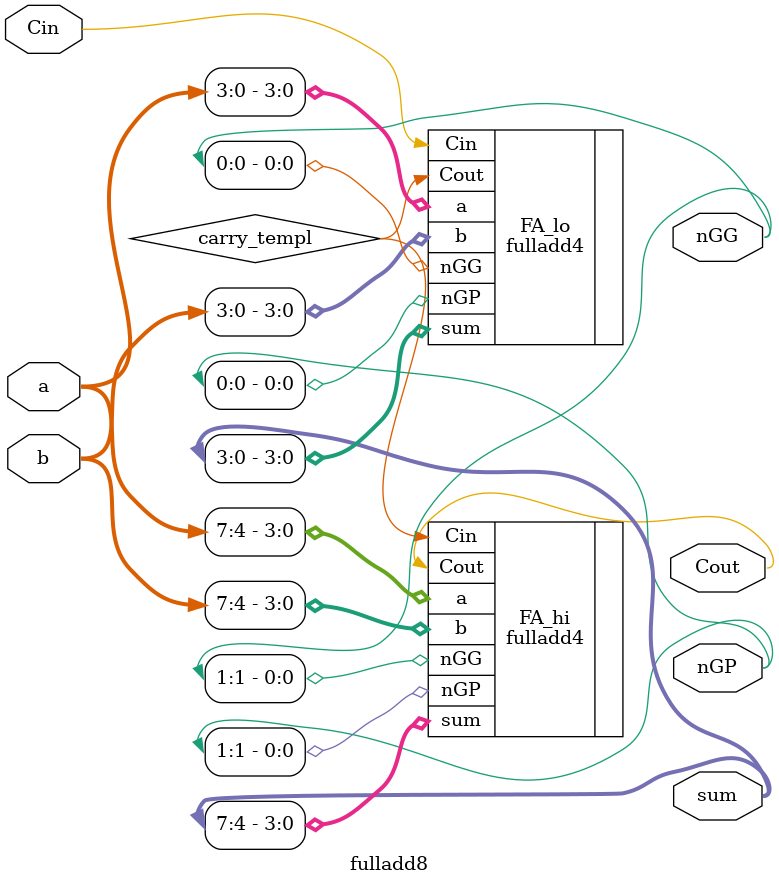
<source format=v>
module fulladd8(
    input Cin,
    input [7:0] a, b,
    output [7:0] sum,
    output Cout,
    output wire [1:0]nGP, nGG
);
    wire carry_templ;
    // Создаем два 4-битных полных сумматора
    fulladd4 FA_lo(
                .Cin(Cin), 
                .a(a[3:0]), 
                .b(b[3:0]), 
                .sum(sum[3:0]),
                .Cout(carry_templ), 
                .nGP(nGP[0]), 
                .nGG(nGG[0]));
                
    fulladd4 FA_hi( 
                .Cin(carry_templ), 
                .a(a[7:4]), 
                .b(b[7:4]), 
                .sum(sum[7:4]), 
                .Cout(Cout), 
                .nGP(nGP[1]),
                .nGG(nGG[1]));
endmodule
</source>
